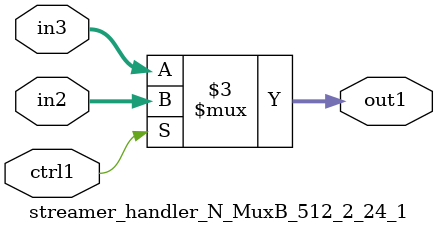
<source format=v>

`timescale 1ps / 1ps


module streamer_handler_N_MuxB_512_2_24_1( in3, in2, ctrl1, out1 );

    input [511:0] in3;
    input [511:0] in2;
    input ctrl1;
    output [511:0] out1;
    reg [511:0] out1;

    
    // rtl_process:streamer_handler_N_MuxB_512_2_24_1/streamer_handler_N_MuxB_512_2_24_1_thread_1
    always @*
      begin : streamer_handler_N_MuxB_512_2_24_1_thread_1
        case (ctrl1) 
          1'b1: 
            begin
              out1 = in2;
            end
          default: 
            begin
              out1 = in3;
            end
        endcase
      end

endmodule


</source>
